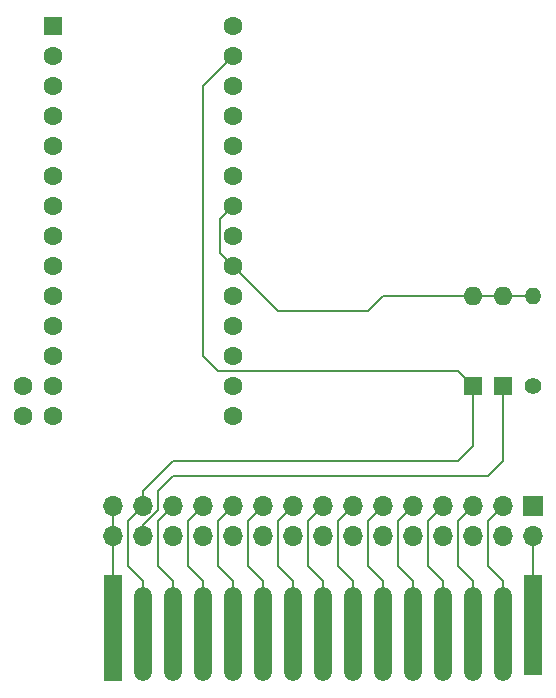
<source format=gbr>
%TF.GenerationSoftware,KiCad,Pcbnew,9.0.0*%
%TF.CreationDate,2025-05-03T18:19:40+02:00*%
%TF.ProjectId,SV3x8-SimpleCart,53563378-382d-4536-996d-706c65436172,1*%
%TF.SameCoordinates,Original*%
%TF.FileFunction,Copper,L2,Bot*%
%TF.FilePolarity,Positive*%
%FSLAX46Y46*%
G04 Gerber Fmt 4.6, Leading zero omitted, Abs format (unit mm)*
G04 Created by KiCad (PCBNEW 9.0.0) date 2025-05-03 18:19:40*
%MOMM*%
%LPD*%
G01*
G04 APERTURE LIST*
G04 Aperture macros list*
%AMRoundRect*
0 Rectangle with rounded corners*
0 $1 Rounding radius*
0 $2 $3 $4 $5 $6 $7 $8 $9 X,Y pos of 4 corners*
0 Add a 4 corners polygon primitive as box body*
4,1,4,$2,$3,$4,$5,$6,$7,$8,$9,$2,$3,0*
0 Add four circle primitives for the rounded corners*
1,1,$1+$1,$2,$3*
1,1,$1+$1,$4,$5*
1,1,$1+$1,$6,$7*
1,1,$1+$1,$8,$9*
0 Add four rect primitives between the rounded corners*
20,1,$1+$1,$2,$3,$4,$5,0*
20,1,$1+$1,$4,$5,$6,$7,0*
20,1,$1+$1,$6,$7,$8,$9,0*
20,1,$1+$1,$8,$9,$2,$3,0*%
G04 Aperture macros list end*
%TA.AperFunction,ComponentPad*%
%ADD10C,1.400000*%
%TD*%
%TA.AperFunction,ComponentPad*%
%ADD11O,1.400000X1.400000*%
%TD*%
%TA.AperFunction,ComponentPad*%
%ADD12R,1.600000X1.600000*%
%TD*%
%TA.AperFunction,ComponentPad*%
%ADD13O,1.600000X1.600000*%
%TD*%
%TA.AperFunction,ConnectorPad*%
%ADD14R,1.500000X8.500000*%
%TD*%
%TA.AperFunction,ConnectorPad*%
%ADD15RoundRect,0.750000X-0.000010X-3.250000X0.000010X-3.250000X0.000010X3.250000X-0.000010X3.250000X0*%
%TD*%
%TA.AperFunction,ConnectorPad*%
%ADD16R,1.500000X9.000000*%
%TD*%
%TA.AperFunction,ComponentPad*%
%ADD17RoundRect,0.250000X-0.550000X-0.550000X0.550000X-0.550000X0.550000X0.550000X-0.550000X0.550000X0*%
%TD*%
%TA.AperFunction,ComponentPad*%
%ADD18C,1.600000*%
%TD*%
%TA.AperFunction,ComponentPad*%
%ADD19R,1.700000X1.700000*%
%TD*%
%TA.AperFunction,ComponentPad*%
%ADD20O,1.700000X1.700000*%
%TD*%
%TA.AperFunction,Conductor*%
%ADD21C,0.200000*%
%TD*%
G04 APERTURE END LIST*
D10*
%TO.P,R1,1*%
%TO.N,+5V*%
X152400000Y-109220000D03*
D11*
%TO.P,R1,2*%
%TO.N,CS*%
X152400000Y-101600000D03*
%TD*%
D12*
%TO.P,D2,1,K*%
%TO.N,CS2*%
X149860000Y-109220000D03*
D13*
%TO.P,D2,2,A*%
%TO.N,CS*%
X149860000Y-101600000D03*
%TD*%
D12*
%TO.P,D1,1,K*%
%TO.N,CS1*%
X147320000Y-109220000D03*
D13*
%TO.P,D1,2,A*%
%TO.N,CS*%
X147320000Y-101600000D03*
%TD*%
D14*
%TO.P,J1,1,Pin_1*%
%TO.N,+5V*%
X152400000Y-129500000D03*
D15*
%TO.P,J1,3,Pin_3*%
%TO.N,/A7*%
X149860000Y-130250000D03*
%TO.P,J1,5,Pin_5*%
%TO.N,/A6*%
X147320000Y-130250000D03*
%TO.P,J1,7,Pin_7*%
%TO.N,/A5*%
X144780000Y-130250000D03*
%TO.P,J1,9,Pin_9*%
%TO.N,/A4*%
X142240000Y-130250000D03*
%TO.P,J1,11,Pin_11*%
%TO.N,/A3*%
X139700000Y-130250000D03*
%TO.P,J1,13,Pin_13*%
%TO.N,/A10*%
X137160000Y-130250000D03*
%TO.P,J1,15,Pin_15*%
%TO.N,/A0*%
X134620000Y-130250000D03*
%TO.P,J1,17,Pin_17*%
%TO.N,/D0*%
X132080000Y-130250000D03*
%TO.P,J1,19,Pin_19*%
%TO.N,/D1*%
X129540000Y-130250000D03*
%TO.P,J1,21,Pin_21*%
%TO.N,/D2*%
X127000000Y-130250000D03*
%TO.P,J1,23,Pin_23*%
%TO.N,/D3*%
X124460000Y-130250000D03*
%TO.P,J1,25,Pin_25*%
%TO.N,CS3*%
X121920000Y-130250000D03*
%TO.P,J1,27,Pin_27*%
%TO.N,CS1*%
X119380000Y-130250000D03*
D16*
%TO.P,J1,29,Pin_29*%
%TO.N,GND*%
X116840000Y-129750000D03*
%TD*%
D17*
%TO.P,U1,1,VPP*%
%TO.N,+5V*%
X111760000Y-78740000D03*
D18*
%TO.P,U1,2,A12*%
%TO.N,/A12*%
X111760000Y-81280000D03*
%TO.P,U1,3,A7*%
%TO.N,/A7*%
X111760000Y-83820000D03*
%TO.P,U1,4,A6*%
%TO.N,/A6*%
X111760000Y-86360000D03*
%TO.P,U1,5,A5*%
%TO.N,/A5*%
X111760000Y-88900000D03*
%TO.P,U1,6,A4*%
%TO.N,/A4*%
X111760000Y-91440000D03*
%TO.P,U1,7,A3*%
%TO.N,/A3*%
X111760000Y-93980000D03*
%TO.P,U1,8,A2*%
%TO.N,/A2*%
X111760000Y-96520000D03*
%TO.P,U1,9,A1*%
%TO.N,/A1*%
X111760000Y-99060000D03*
%TO.P,U1,10,A0*%
%TO.N,/A0*%
X111760000Y-101600000D03*
%TO.P,U1,11,D0*%
%TO.N,/D0*%
X111760000Y-104140000D03*
%TO.P,U1,12,D1*%
%TO.N,/D1*%
X111760000Y-106680000D03*
%TO.P,U1,13,D2*%
%TO.N,/D2*%
X111760000Y-109220000D03*
%TO.P,U1,14,GND*%
%TO.N,GND*%
X111760000Y-111760000D03*
%TO.P,U1,15,D3*%
%TO.N,/D3*%
X127000000Y-111760000D03*
%TO.P,U1,16,D4*%
%TO.N,/D4*%
X127000000Y-109220000D03*
%TO.P,U1,17,D5*%
%TO.N,/D5*%
X127000000Y-106680000D03*
%TO.P,U1,18,D6*%
%TO.N,/D6*%
X127000000Y-104140000D03*
%TO.P,U1,19,D7*%
%TO.N,/D7*%
X127000000Y-101600000D03*
%TO.P,U1,20,~{CE}*%
%TO.N,CS*%
X127000000Y-99060000D03*
%TO.P,U1,21,A10*%
%TO.N,/A10*%
X127000000Y-96520000D03*
%TO.P,U1,22,~{OE}*%
%TO.N,CS*%
X127000000Y-93980000D03*
%TO.P,U1,23,A11*%
%TO.N,/A11*%
X127000000Y-91440000D03*
%TO.P,U1,24,A9*%
%TO.N,/A9*%
X127000000Y-88900000D03*
%TO.P,U1,25,A8*%
%TO.N,/A8*%
X127000000Y-86360000D03*
%TO.P,U1,26,A13*%
%TO.N,/A13*%
X127000000Y-83820000D03*
%TO.P,U1,27,A14*%
%TO.N,CS1*%
X127000000Y-81280000D03*
%TO.P,U1,28,VCC*%
%TO.N,+5V*%
X127000000Y-78740000D03*
%TD*%
%TO.P,C1,1*%
%TO.N,+5V*%
X109220000Y-109260000D03*
%TO.P,C1,2*%
%TO.N,GND*%
X109220000Y-111760000D03*
%TD*%
D19*
%TO.P,J2,1,Pin_1*%
%TO.N,+5V*%
X152400000Y-119380000D03*
D20*
%TO.P,J2,2,Pin_2*%
X152400000Y-121920000D03*
%TO.P,J2,3,Pin_3*%
%TO.N,/A7*%
X149860000Y-119380000D03*
%TO.P,J2,4,Pin_4*%
%TO.N,/A12*%
X149860000Y-121920000D03*
%TO.P,J2,5,Pin_5*%
%TO.N,/A6*%
X147320000Y-119380000D03*
%TO.P,J2,6,Pin_6*%
%TO.N,/A13*%
X147320000Y-121920000D03*
%TO.P,J2,7,Pin_7*%
%TO.N,/A5*%
X144780000Y-119380000D03*
%TO.P,J2,8,Pin_8*%
%TO.N,/A8*%
X144780000Y-121920000D03*
%TO.P,J2,9,Pin_9*%
%TO.N,/A4*%
X142240000Y-119380000D03*
%TO.P,J2,10,Pin_10*%
%TO.N,/A9*%
X142240000Y-121920000D03*
%TO.P,J2,11,Pin_11*%
%TO.N,/A3*%
X139700000Y-119380000D03*
%TO.P,J2,12,Pin_12*%
%TO.N,/A11*%
X139700000Y-121920000D03*
%TO.P,J2,13,Pin_13*%
%TO.N,/A10*%
X137160000Y-119380000D03*
%TO.P,J2,14,Pin_14*%
%TO.N,/A2*%
X137160000Y-121920000D03*
%TO.P,J2,15,Pin_15*%
%TO.N,/A0*%
X134620000Y-119380000D03*
%TO.P,J2,16,Pin_16*%
%TO.N,/A1*%
X134620000Y-121920000D03*
%TO.P,J2,17,Pin_17*%
%TO.N,/D0*%
X132080000Y-119380000D03*
%TO.P,J2,18,Pin_18*%
%TO.N,/D7*%
X132080000Y-121920000D03*
%TO.P,J2,19,Pin_19*%
%TO.N,/D1*%
X129540000Y-119380000D03*
%TO.P,J2,20,Pin_20*%
%TO.N,/D6*%
X129540000Y-121920000D03*
%TO.P,J2,21,Pin_21*%
%TO.N,/D2*%
X127000000Y-119380000D03*
%TO.P,J2,22,Pin_22*%
%TO.N,/D5*%
X127000000Y-121920000D03*
%TO.P,J2,23,Pin_23*%
%TO.N,/D3*%
X124460000Y-119380000D03*
%TO.P,J2,24,Pin_24*%
%TO.N,/D4*%
X124460000Y-121920000D03*
%TO.P,J2,25,Pin_25*%
%TO.N,CS3*%
X121920000Y-119380000D03*
%TO.P,J2,26,Pin_26*%
%TO.N,CS4*%
X121920000Y-121920000D03*
%TO.P,J2,27,Pin_27*%
%TO.N,CS1*%
X119380000Y-119380000D03*
%TO.P,J2,28,Pin_28*%
%TO.N,CS2*%
X119380000Y-121920000D03*
%TO.P,J2,29,Pin_29*%
%TO.N,GND*%
X116840000Y-119380000D03*
%TO.P,J2,30,Pin_30*%
X116840000Y-121920000D03*
%TD*%
D21*
%TO.N,GND*%
X116840000Y-125250000D02*
X116840000Y-119380000D01*
%TO.N,+5V*%
X152400000Y-121920000D02*
X152400000Y-125250000D01*
%TO.N,CS1*%
X146050000Y-115570000D02*
X147320000Y-114300000D01*
X124460000Y-83820000D02*
X124460000Y-106680000D01*
X119380000Y-125730000D02*
X118110000Y-124460000D01*
X147320000Y-109220000D02*
X146050000Y-107950000D01*
X121920000Y-115570000D02*
X146050000Y-115570000D01*
X146050000Y-107950000D02*
X125730000Y-107950000D01*
X119380000Y-127000000D02*
X119380000Y-125730000D01*
X119380000Y-118110000D02*
X121920000Y-115570000D01*
X125730000Y-107950000D02*
X124460000Y-106680000D01*
X127000000Y-81280000D02*
X124460000Y-83820000D01*
X118110000Y-124460000D02*
X118110000Y-120650000D01*
X147320000Y-114300000D02*
X147320000Y-109220000D01*
X119380000Y-119380000D02*
X119380000Y-118110000D01*
X118110000Y-120650000D02*
X119380000Y-119380000D01*
%TO.N,CS*%
X127000000Y-99060000D02*
X125899000Y-97959000D01*
X130810000Y-102870000D02*
X138430000Y-102870000D01*
X127000000Y-99060000D02*
X130810000Y-102870000D01*
X138430000Y-102870000D02*
X139700000Y-101600000D01*
X125899000Y-95081000D02*
X127000000Y-93980000D01*
X125899000Y-97959000D02*
X125899000Y-95081000D01*
X152400000Y-101600000D02*
X147320000Y-101600000D01*
X139700000Y-101600000D02*
X147320000Y-101600000D01*
%TO.N,CS2*%
X120650000Y-119737760D02*
X120650000Y-118110000D01*
X120650000Y-118110000D02*
X121920000Y-116840000D01*
X119380000Y-121007760D02*
X120650000Y-119737760D01*
X149860000Y-115570000D02*
X149860000Y-109220000D01*
X148590000Y-116840000D02*
X149860000Y-115570000D01*
X121920000Y-116840000D02*
X148590000Y-116840000D01*
X119380000Y-121920000D02*
X119380000Y-121007760D01*
%TO.N,/D0*%
X132080000Y-125730000D02*
X130810000Y-124460000D01*
X130810000Y-120650000D02*
X132080000Y-119380000D01*
X132080000Y-127000000D02*
X132080000Y-125730000D01*
X130810000Y-124460000D02*
X130810000Y-120650000D01*
%TO.N,/D1*%
X128270000Y-124460000D02*
X128270000Y-120650000D01*
X129540000Y-127000000D02*
X129540000Y-125730000D01*
X129540000Y-125730000D02*
X128270000Y-124460000D01*
X128270000Y-120650000D02*
X129540000Y-119380000D01*
%TO.N,/D2*%
X127000000Y-127000000D02*
X127000000Y-125730000D01*
X125730000Y-124460000D02*
X125730000Y-120650000D01*
X127000000Y-125730000D02*
X125730000Y-124460000D01*
X125730000Y-120650000D02*
X127000000Y-119380000D01*
%TO.N,CS3*%
X120650000Y-124460000D02*
X120650000Y-120650000D01*
X121920000Y-127000000D02*
X121920000Y-125730000D01*
X121920000Y-125730000D02*
X120650000Y-124460000D01*
X120650000Y-120650000D02*
X121920000Y-119380000D01*
%TO.N,/A0*%
X133350000Y-120650000D02*
X134620000Y-119380000D01*
X133350000Y-124460000D02*
X133350000Y-120650000D01*
X134620000Y-127000000D02*
X134620000Y-125730000D01*
X134620000Y-125730000D02*
X133350000Y-124460000D01*
%TO.N,/A5*%
X144780000Y-127000000D02*
X144780000Y-125730000D01*
X143510000Y-124460000D02*
X143510000Y-120650000D01*
X144780000Y-125730000D02*
X143510000Y-124460000D01*
X143510000Y-120650000D02*
X144780000Y-119380000D01*
%TO.N,/A7*%
X149860000Y-127000000D02*
X149860000Y-125730000D01*
X148590000Y-124460000D02*
X148590000Y-120650000D01*
X149860000Y-125730000D02*
X148590000Y-124460000D01*
X148590000Y-120650000D02*
X149860000Y-119380000D01*
%TO.N,/A6*%
X146049650Y-124486798D02*
X146049650Y-120676798D01*
X146049650Y-120676798D02*
X147319650Y-119406798D01*
X147319650Y-125756798D02*
X146049650Y-124486798D01*
X147319650Y-127026798D02*
X147319650Y-125756798D01*
%TO.N,/A4*%
X142240000Y-125730000D02*
X140970000Y-124460000D01*
X140970000Y-120650000D02*
X142240000Y-119380000D01*
X142240000Y-127000000D02*
X142240000Y-125730000D01*
X140970000Y-124460000D02*
X140970000Y-120650000D01*
%TO.N,/A10*%
X137160000Y-127000000D02*
X137160000Y-125730000D01*
X135890000Y-124460000D02*
X135890000Y-120650000D01*
X137160000Y-125730000D02*
X135890000Y-124460000D01*
X135890000Y-120650000D02*
X137160000Y-119380000D01*
%TO.N,/D3*%
X123190000Y-124460000D02*
X123190000Y-120650000D01*
X124460000Y-127000000D02*
X124460000Y-125730000D01*
X124460000Y-125730000D02*
X123190000Y-124460000D01*
X123190000Y-120650000D02*
X124460000Y-119380000D01*
%TO.N,/A3*%
X138430000Y-120650000D02*
X139700000Y-119380000D01*
X139700000Y-127000000D02*
X139700000Y-125730000D01*
X139700000Y-125730000D02*
X138430000Y-124460000D01*
X138430000Y-124460000D02*
X138430000Y-120650000D01*
%TD*%
M02*

</source>
